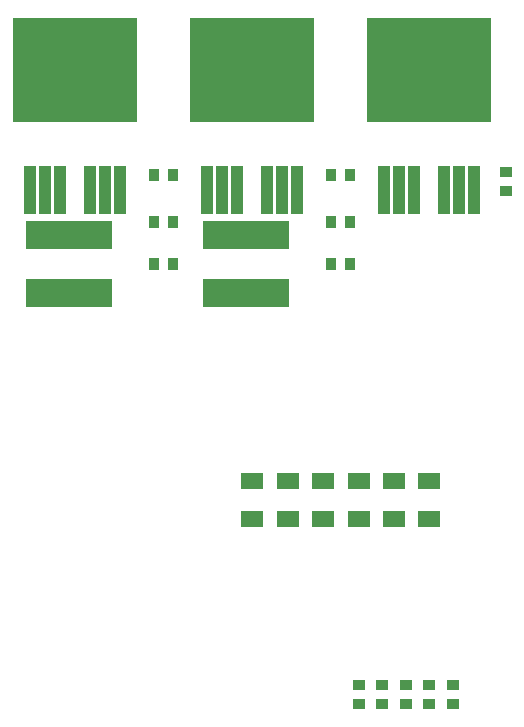
<source format=gbp>
G04 Layer_Color=128*
%FSAX44Y44*%
%MOMM*%
G71*
G01*
G75*
%ADD14R,0.9000X1.0000*%
%ADD22R,1.0000X0.9000*%
%ADD23R,1.9000X1.3500*%
%ADD28R,1.0500X4.1500*%
%ADD29R,10.6000X8.8000*%
%ADD37R,7.3800X2.4400*%
D14*
X00928000Y00920000D02*
D03*
X00912000D02*
D03*
X00778000Y00920000D02*
D03*
X00762000D02*
D03*
X00778000Y00955000D02*
D03*
X00762000D02*
D03*
X00928000D02*
D03*
X00912000D02*
D03*
X00762000Y00995000D02*
D03*
X00778000D02*
D03*
X00912000D02*
D03*
X00928000D02*
D03*
D22*
X00935000Y00563000D02*
D03*
Y00547000D02*
D03*
X00955000Y00563000D02*
D03*
Y00547000D02*
D03*
X00975000Y00563000D02*
D03*
Y00547000D02*
D03*
X00995000Y00563000D02*
D03*
Y00547000D02*
D03*
X01015000Y00563000D02*
D03*
Y00547000D02*
D03*
X01060000Y00998000D02*
D03*
Y00982000D02*
D03*
D23*
X00845000Y00736000D02*
D03*
Y00704000D02*
D03*
X00875000Y00736000D02*
D03*
Y00704000D02*
D03*
X00905000Y00736000D02*
D03*
Y00704000D02*
D03*
X00935000Y00736000D02*
D03*
Y00704000D02*
D03*
X00965000Y00736000D02*
D03*
Y00704000D02*
D03*
X00995000Y00736000D02*
D03*
Y00704000D02*
D03*
D28*
X00733100Y00982500D02*
D03*
X00720400D02*
D03*
X00707700D02*
D03*
X00682300D02*
D03*
X00669600D02*
D03*
X00656900D02*
D03*
X00883100D02*
D03*
X00870400D02*
D03*
X00857700D02*
D03*
X00832300D02*
D03*
X00819600D02*
D03*
X00806900D02*
D03*
X01033100D02*
D03*
X01020400D02*
D03*
X01007700D02*
D03*
X00982300D02*
D03*
X00969600D02*
D03*
X00956900D02*
D03*
D29*
X00695000Y01084500D02*
D03*
X00845000D02*
D03*
X00995000D02*
D03*
D37*
X00840000Y00895200D02*
D03*
Y00944800D02*
D03*
X00690000Y00895200D02*
D03*
Y00944800D02*
D03*
M02*

</source>
